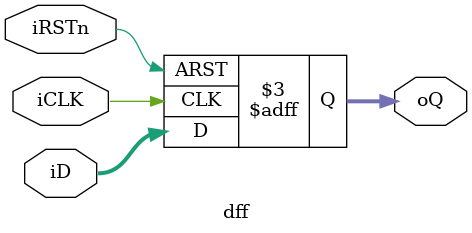
<source format=v>
module dff
#(parameter N=16)
(
 input                     iCLK,
 input                     iRSTn,
 input      signed [N-1:0] iD,
 output reg signed [N-1:0] oQ
);

always @(posedge iCLK, negedge iRSTn)
begin
  if(!iRSTn)
    oQ <= 0;
  else
    oQ <= iD;
end

endmodule

</source>
